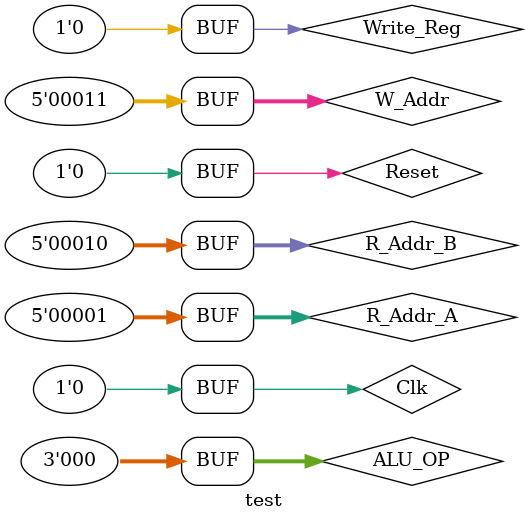
<source format=v>
`timescale 1ns / 1ps


module test;

	// Inputs
	reg Clk;
	reg Reset;
	reg [4:0] R_Addr_A;
	reg [4:0] R_Addr_B;
	reg [4:0] W_Addr;
	reg Write_Reg;
	reg [2:0] ALU_OP;

	// Outputs
	wire ZF;
	wire OF;

	// Instantiate the Unit Under Test (UUT)
	ALU_REG uut (
		.Clk(Clk), 
		.Reset(Reset), 
		.R_Addr_A(R_Addr_A), 
		.R_Addr_B(R_Addr_B), 
		.W_Addr(W_Addr), 
		.Write_Reg(Write_Reg), 
		.ALU_OP(ALU_OP), 
		.ZF(ZF), 
		.OF(OF)
	);

	initial begin
		// Initialize Inputs
		// Ò»¿ªÊ¼ÈçºÎÐ´ÈëÊý¾Ý
		Clk = 0;
		Reset = 0;
		R_Addr_A = 0;
		R_Addr_B = 0;
		W_Addr = 5'b00001;
		Write_Reg = 1;
		ALU_OP = 0;	
		#100;
		
		Clk = 0;
		Reset = 0;
		R_Addr_A = 0;
		R_Addr_B = 0;
		W_Addr = 5'b00010;
		Write_Reg = 1;
		ALU_OP = 0;	
		#100;
		
		Clk = 0;
		Reset = 0;
		R_Addr_A = 5'b00001;
		R_Addr_B = 5'b00010;
		W_Addr = 5'b00011;
		Write_Reg = 0;
		ALU_OP = 0;	
		#100;
        
		// Add stimulus here

	end
      
endmodule


</source>
